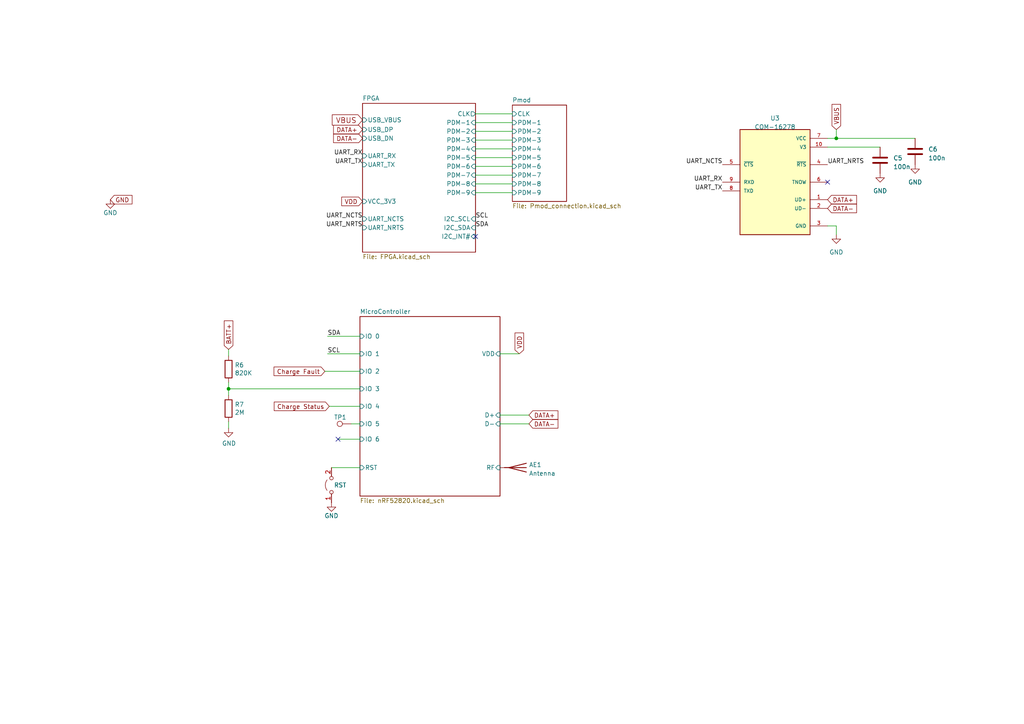
<source format=kicad_sch>
(kicad_sch (version 20230121) (generator eeschema)
  (paper "A4")
  (lib_symbols
    (symbol "CH340:COM-16278" (pin_names (offset 1.016))
      (property "Reference" "U" (at -10.16 16.129 0))
      (property "Value" "COM-16278" (at -10.16 -17.78 0))
      (symbol "COM-16278_0_0"
        (rectangle (start -10.16 -15.24) (end 10.16 15.24) (stroke (width 0.254)) (fill (type background)))
        (pin bidirectional line (at 15.24 -5.08 180) (length 5.08) (name "UD+") (number "1"))
        (pin power_in line (at 15.24 10.16 180) (length 5.08) (name "V3") (number "10"))
        (pin bidirectional line (at 15.24 -7.62 180) (length 5.08) (name "UD-") (number "2"))
        (pin power_in line (at 15.24 -12.7 180) (length 5.08) (name "GND") (number "3"))
        (pin output line (at 15.24 5.08 180) (length 5.08) (name "~{RTS}") (number "4"))
        (pin input line (at -15.24 5.08 0) (length 5.08) (name "~{CTS}") (number "5"))
        (pin output line (at 15.24 0 180) (length 5.08) (name "TNOW") (number "6"))
        (pin power_in line (at 15.24 12.7 180) (length 5.08) (name "VCC") (number "7"))
        (pin output line (at -15.24 -2.54 0) (length 5.08) (name "TXD") (number "8"))
        (pin input line (at -15.24 0 0) (length 5.08) (name "RXD") (number "9"))
      )
    )
    (symbol "Connector:TestPoint" (pin_numbers hide) (pin_names (offset 0.762) hide)
      (property "Reference" "TP" (at 0 6.858 0))
      (property "Value" "TestPoint" (at 0 5.08 0))
      (symbol "TestPoint_0_1"
        (circle (center 0 3.302) (radius 0.762))
      )
      (symbol "TestPoint_1_1"
        (pin passive line (at 0 0 90) (length 2.54) (name "1") (number "1"))
      )
    )
    (symbol "Device:Antenna" (pin_numbers hide) (pin_names (offset 1.016) hide)
      (property "Reference" "AE" (at -1.905 1.905 0))
      (property "Value" "Antenna" (at -1.905 0 0))
      (symbol "Antenna_0_1"
        (polyline (pts (xy 0 2.54) (xy 0 -3.81)) (stroke (width 0.254)))
        (polyline (pts (xy 1.27 2.54) (xy 0 -2.54) (xy -1.27 2.54)) (stroke (width 0.254)))
      )
      (symbol "Antenna_1_1"
        (pin input line (at 0 -5.08 90) (length 2.54) (name "A") (number "1"))
      )
    )
    (symbol "Device:C" (pin_numbers hide) (pin_names (offset 0.254))
      (property "Reference" "C" (at 0.635 2.54 0))
      (property "Value" "C" (at 0.635 -2.54 0))
      (symbol "C_0_1"
        (polyline (pts (xy -2.032 -0.762) (xy 2.032 -0.762)) (stroke (width 0.508)))
        (polyline (pts (xy -2.032 0.762) (xy 2.032 0.762)) (stroke (width 0.508)))
      )
      (symbol "C_1_1"
        (pin passive line (at 0 3.81 270) (length 2.794) (name "~") (number "1"))
        (pin passive line (at 0 -3.81 90) (length 2.794) (name "~") (number "2"))
      )
    )
    (symbol "Device:R" (pin_numbers hide) (pin_names (offset 0))
      (property "Reference" "R" (at 2.032 0 90))
      (property "Value" "R" (at 0 0 90))
      (symbol "R_0_1"
        (rectangle (start -1.016 -2.54) (end 1.016 2.54) (stroke (width 0.254)))
      )
      (symbol "R_1_1"
        (pin passive line (at 0 3.81 270) (length 1.27) (name "~") (number "1"))
        (pin passive line (at 0 -3.81 90) (length 1.27) (name "~") (number "2"))
      )
    )
    (symbol "Jumper:Jumper_2_Open" (pin_names (offset 0) hide)
      (property "Reference" "JP" (at 0 2.794 0))
      (property "Value" "Jumper_2_Open" (at 0 -2.286 0))
      (symbol "Jumper_2_Open_0_0"
        (circle (center -2.032 0) (radius 0.508))
        (circle (center 2.032 0) (radius 0.508))
      )
      (symbol "Jumper_2_Open_0_1"
        (arc (start 1.524 1.27) (mid 0 1.778) (end -1.524 1.27))
      )
      (symbol "Jumper_2_Open_1_1"
        (pin passive line (at -5.08 0 0) (length 2.54) (name "A") (number "1"))
        (pin passive line (at 5.08 0 180) (length 2.54) (name "B") (number "2"))
      )
    )
    (symbol "nrfmicro-rescue:GND" (power) (pin_names (offset 0))
      (property "Value" "GND" (at 0 -3.81 0))
      (symbol "GND_0_1"
        (polyline (pts (xy 0 0) (xy 0 -1.27) (xy 1.27 -1.27) (xy 0 -2.54) (xy -1.27 -1.27) (xy 0 -1.27)))
      )
      (symbol "GND_1_1"
        (pin power_in line (at 0 0 270) (length 0) hide (name "GND") (number "1"))
      )
    )
    (symbol "power:GND" (power) (pin_names (offset 0))
      (property "Value" "GND" (at 0 -3.81 0))
      (symbol "GND_0_1"
        (polyline (pts (xy 0 0) (xy 0 -1.27) (xy 1.27 -1.27) (xy 0 -2.54) (xy -1.27 -1.27) (xy 0 -1.27)))
      )
      (symbol "GND_1_1"
        (pin power_in line (at 0 0 270) (length 0) hide (name "GND") (number "1"))
      )
    )
  )
  (junction (at 66.294 112.776))
  (junction (at 242.57 40.132))
  (no_connect (at 98.044 127.381))
  (no_connect (at 137.922 68.58))
  (no_connect (at 240.03 52.832))
  (wire (pts (xy 94.996 102.616) (xy 104.394 102.616)))
  (wire (pts (xy 137.922 45.72) (xy 148.59 45.72)))
  (wire (pts (xy 137.922 40.64) (xy 148.59 40.64)))
  (wire (pts (xy 240.03 40.132) (xy 242.57 40.132)))
  (wire (pts (xy 137.922 33.02) (xy 148.59 33.02)))
  (wire (pts (xy 66.294 101.346) (xy 66.294 103.251)))
  (wire (pts (xy 242.57 40.132) (xy 242.57 37.592)))
  (wire (pts (xy 240.03 65.532) (xy 242.57 65.532)))
  (wire (pts (xy 137.922 35.56) (xy 148.59 35.56)))
  (wire (pts (xy 98.044 127.381) (xy 104.394 127.381)))
  (wire (pts (xy 96.139 135.636) (xy 104.394 135.636)))
  (wire (pts (xy 137.922 38.1) (xy 148.59 38.1)))
  (wire (pts (xy 137.922 50.8) (xy 148.59 50.8)))
  (wire (pts (xy 66.294 122.301) (xy 66.294 124.206)))
  (wire (pts (xy 101.854 122.936) (xy 104.394 122.936)))
  (wire (pts (xy 137.922 48.26) (xy 148.59 48.26)))
  (wire (pts (xy 137.922 55.88) (xy 148.59 55.88)))
  (wire (pts (xy 145.034 122.936) (xy 153.416 122.936)))
  (wire (pts (xy 240.03 42.672) (xy 255.27 42.672)))
  (wire (pts (xy 137.922 43.18) (xy 148.59 43.18)))
  (wire (pts (xy 66.294 112.776) (xy 104.394 112.776)))
  (wire (pts (xy 66.294 110.871) (xy 66.294 112.776)))
  (wire (pts (xy 145.034 102.616) (xy 150.622 102.616)))
  (wire (pts (xy 137.922 53.34) (xy 148.59 53.34)))
  (wire (pts (xy 242.57 40.132) (xy 265.43 40.132)))
  (wire (pts (xy 145.034 120.396) (xy 153.416 120.396)))
  (wire (pts (xy 94.996 97.536) (xy 104.394 97.536)))
  (wire (pts (xy 94.234 107.696) (xy 104.394 107.696)))
  (wire (pts (xy 66.294 112.776) (xy 66.294 114.681)))
  (wire (pts (xy 242.57 65.532) (xy 242.57 68.072)))
  (wire (pts (xy 95.504 117.856) (xy 104.394 117.856)))
  (label "UART_TX" (at 209.55 55.372 180))
  (label "SCL" (at 137.922 63.5 0))
  (label "SDA" (at 137.922 66.04 0))
  (label "UART_NCTS" (at 209.55 47.752 180))
  (label "UART_RX" (at 209.55 52.832 180))
  (label "SDA" (at 94.996 97.536 0))
  (label "UART_NCTS" (at 105.156 63.5 180))
  (label "UART_NRTS" (at 105.156 66.04 180))
  (label "UART_RX" (at 105.156 45.212 180))
  (label "UART_NRTS" (at 240.03 47.752 0))
  (label "UART_TX" (at 105.156 47.752 180))
  (label "SCL" (at 94.996 102.616 0))
  (global_label "BATT+" (shape input) (at 66.294 101.346 90) (property "Intersheetrefs" "${INTERSHEET_REFS}" (effects hide)))
  (global_label "DATA+" (shape input) (at 105.156 37.592 180) (property "Intersheetrefs" "${INTERSHEET_REFS}" (effects hide)))
  (global_label "Charge Fault" (shape input) (at 94.234 107.696 180) (property "Intersheetrefs" "${INTERSHEET_REFS}" (effects hide)))
  (global_label "VBUS" (shape input) (at 242.57 37.592 90) (property "Intersheetrefs" "${INTERSHEET_REFS}" (effects hide)))
  (global_label "DATA+" (shape input) (at 153.416 120.396 0) (property "Intersheetrefs" "${INTERSHEET_REFS}" (effects hide)))
  (global_label "DATA-" (shape input) (at 105.156 40.132 180) (property "Intersheetrefs" "${INTERSHEET_REFS}" (effects hide)))
  (global_label "GND" (shape input) (at 32.004 57.912 0) (property "Intersheetrefs" "${INTERSHEET_REFS}" (effects hide)))
  (global_label "DATA+" (shape input) (at 240.03 57.912 0) (property "Intersheetrefs" "${INTERSHEET_REFS}" (effects hide)))
  (global_label "DATA-" (shape input) (at 240.03 60.452 0) (property "Intersheetrefs" "${INTERSHEET_REFS}" (effects hide)))
  (global_label "Charge Status" (shape input) (at 95.504 117.856 180) (property "Intersheetrefs" "${INTERSHEET_REFS}" (effects hide)))
  (global_label "VDD" (shape input) (at 105.156 58.42 180) (property "Intersheetrefs" "${INTERSHEET_REFS}" (effects hide)))
  (global_label "DATA-" (shape input) (at 153.416 122.936 0) (property "Intersheetrefs" "${INTERSHEET_REFS}" (effects hide)))
  (global_label "VBUS" (shape input) (at 105.156 34.798 180) (effects (font (size 1.524 1.524))) (property "Intersheetrefs" "${INTERSHEET_REFS}" (effects hide)))
  (global_label "VDD" (shape input) (at 150.622 102.616 90) (property "Intersheetrefs" "${INTERSHEET_REFS}" (effects hide)))
  (symbol (lib_id "power:GND") (at 96.139 145.796 0) (unit 1)
    (property "Reference" "#PWR024" (effects hide))
    (property "Value" "GND" (at 96.139 149.606 0))
    (instances (project "DisplayU_Sisterboard" (path "" (reference "#PWR024") (unit 1)) (path "" (reference "#PWR024") (unit 1))) (project "SenseU_Mainboard" (path "" (reference "#PWR014") (unit 1))))
  )
  (symbol (lib_id "power:GND") (at 242.57 68.072 0) (unit 1)
    (property "Reference" "#PWR073" (effects hide))
    (property "Value" "GND" (at 242.57 73.152 0))
    (instances (project "SenseU_Mainboard" (path "" (reference "#PWR015") (unit 1))))
  )
  (symbol (lib_id "power:GND") (at 32.004 57.912 0) (unit 1)
    (property "Reference" "#PWR024" (effects hide))
    (property "Value" "GND" (at 32.004 61.722 0))
    (instances (project "DisplayU_Sisterboard" (path "" (reference "#PWR024") (unit 1)) (path "" (reference "#PWR026") (unit 1))) (project "SenseU_Mainboard" (path "" (reference "#PWR012") (unit 1))))
  )
  (symbol (lib_id "Device:Antenna") (at 150.114 135.636 270) (unit 1)
    (property "Reference" "AE1" (at 153.416 134.8112 90) (effects (justify left)))
    (property "Value" "Antenna" (at 153.416 137.3164 90) (effects (justify left)))
    (property "Footprint" "RF_Antenna:Texas_SWRA117D_2.4GHz_Left" (effects hide))
  )
  (symbol (lib_id "Device:C") (at 255.27 46.482 0) (unit 1)
    (property "Reference" "C20" (at 259.08 45.847 0) (effects (justify left)))
    (property "Value" "100n" (at 259.08 48.387 0) (effects (justify left)))
    (property "Footprint" "Capacitor_SMD:C_0603_1608Metric" (effects hide))
    (instances (project "SenseU_Mainboard" (path "" (reference "C5") (unit 1))))
  )
  (symbol (lib_id "Device:C") (at 265.43 43.942 0) (unit 1)
    (property "Reference" "C19" (at 269.24 43.307 0) (effects (justify left)))
    (property "Value" "100n" (at 269.24 45.847 0) (effects (justify left)))
    (property "Footprint" "Capacitor_SMD:C_0603_1608Metric" (effects hide))
    (instances (project "SenseU_Mainboard" (path "" (reference "C6") (unit 1))))
  )
  (symbol (lib_id "Device:R") (at 66.294 107.061 0) (unit 1)
    (property "Reference" "R6" (at 68.072 105.8926 0) (effects (justify left)))
    (property "Value" "820K" (at 68.072 108.204 0) (effects (justify left)))
    (property "Footprint" "Resistor_SMD:R_0603_1608Metric" (effects hide))
    (instances (project "DisplayU_Sisterboard" (path "" (reference "R6") (unit 1))) (project "SenseU_Mainboard" (path "" (reference "R7") (unit 1))) (project "nrfmicro" (path "" (reference "R6") (unit 1))))
  )
  (symbol (lib_id "Device:R") (at 66.294 118.491 0) (unit 1)
    (property "Reference" "R7" (at 68.072 117.3226 0) (effects (justify left)))
    (property "Value" "2M" (at 68.072 119.634 0) (effects (justify left)))
    (property "Footprint" "Resistor_SMD:R_0603_1608Metric" (effects hide))
    (instances (project "DisplayU_Sisterboard" (path "" (reference "R7") (unit 1))) (project "SenseU_Mainboard" (path "" (reference "R8") (unit 1))) (project "nrfmicro" (path "" (reference "R7") (unit 1))))
  )
  (symbol (lib_id "power:GND") (at 265.43 47.752 0) (unit 1)
    (property "Reference" "#PWR071" (effects hide))
    (property "Value" "GND" (at 265.43 52.832 0))
    (instances (project "SenseU_Mainboard" (path "" (reference "#PWR017") (unit 1))))
  )
  (symbol (lib_id "Connector:TestPoint") (at 101.854 122.936 90) (unit 1)
    (property "Reference" "TP1" (at 98.679 121.031 90))
    (property "Value" "TestPoint" (effects hide))
    (property "Footprint" "TestPoint:TestPoint_Pad_D2.0mm" (effects hide))
  )
  (symbol (lib_id "nrfmicro-rescue:GND") (at 66.294 124.206 0) (unit 1)
    (property "Reference" "#PWR03" (effects hide))
    (property "Value" "GND" (at 66.421 128.6002 0))
    (instances (project "DisplayU_Sisterboard" (path "" (reference "#PWR03") (unit 1))) (project "SenseU_Mainboard" (path "" (reference "#PWR013") (unit 1))) (project "nrfmicro" (path "" (reference "#PWR0102") (unit 1))))
  )
  (symbol (lib_id "CH340:COM-16278") (at 224.79 52.832 0) (unit 1)
    (property "Reference" "U4" (at 224.79 34.29 0))
    (property "Value" "COM-16278" (at 224.79 36.83 0))
    (property "Footprint" "CH340:SOP50P490X120-10N" (effects hide))
    (property "PARTREV" "2G" (effects hide))
    (property "STANDARD" "IPC 7351B" (effects hide))
    (property "MAXIMUM_PACKAGE_HEIGHT" "1.2mm" (effects hide))
    (property "MANUFACTURER" "SparkFun" (effects hide))
    (instances (project "SenseU_Mainboard" (path "" (reference "U3") (unit 1))))
  )
  (symbol (lib_id "power:GND") (at 255.27 50.292 0) (unit 1)
    (property "Reference" "#PWR072" (effects hide))
    (property "Value" "GND" (at 255.27 55.372 0))
    (instances (project "SenseU_Mainboard" (path "" (reference "#PWR016") (unit 1))))
  )
  (symbol (lib_id "Jumper:Jumper_2_Open") (at 96.139 140.716 90) (unit 1)
    (property "Reference" "RST" (at 98.679 140.716 90))
    (property "Value" "Jumper_2_Open" (effects hide))
    (property "Footprint" "Button_Switch_SMD:SW_SPST_B3U-1000P" (effects hide))
    (instances (project "DisplayU_Sisterboard" (path "" (reference "RST") (unit 1)) (path "" (reference "RST1") (unit 1))) (project "SenseU_Mainboard" (path "" (reference "RST1") (unit 1))))
  )
  (sheet (at 105.156 29.972) (size 32.766 43.18) (stroke (width 0.1524))
    (property "Sheetname" "FPGA" (at 105.156 29.2604 0) (effects (justify left bottom)))
    (property "Sheetfile" "FPGA.kicad_sch" (at 105.156 73.7366 0) (effects (justify left top)))
    (pin "VCC_3V3" input (at 105.156 58.42 180))
    (pin "I2C_INT#" input (at 137.922 68.58 0))
    (pin "I2C_SDA" input (at 137.922 66.04 0))
    (pin "I2C_SCL" input (at 137.922 63.5 0))
    (pin "USB_DP" input (at 105.156 37.592 180))
    (pin "UART_RX" input (at 105.156 45.212 180))
    (pin "UART_TX" input (at 105.156 47.752 180))
    (pin "USB_VBUS" input (at 105.156 34.798 180))
    (pin "USB_DN" input (at 105.156 40.132 180))
    (pin "PDM-8" input (at 137.922 53.34 0))
    (pin "CLK" output (at 137.922 33.02 0))
    (pin "PDM-6" input (at 137.922 48.26 0))
    (pin "PDM-9" input (at 137.922 55.88 0))
    (pin "PDM-7" input (at 137.922 50.8 0))
    (pin "PDM-3" input (at 137.922 40.64 0))
    (pin "PDM-2" input (at 137.922 38.1 0))
    (pin "PDM-4" input (at 137.922 43.18 0))
    (pin "PDM-1" input (at 137.922 35.56 0))
    (pin "PDM-5" input (at 137.922 45.72 0))
    (pin "UART_NCTS" input (at 105.156 63.5 180))
    (pin "UART_NRTS" input (at 105.156 66.04 180))
  )
  (sheet (at 104.394 91.821) (size 40.64 52.07) (stroke (width 0.1524))
    (property "Sheetname" "MicroController" (at 104.394 91.1094 0) (effects (justify left bottom)))
    (property "Sheetfile" "nRF52820.kicad_sch" (at 104.394 144.4756 0) (effects (justify left top)))
    (pin "RF" input (at 145.034 135.636 0))
    (pin "VDD" input (at 145.034 102.616 0))
    (pin "D-" input (at 145.034 122.936 0))
    (pin "IO 3" input (at 104.394 112.776 180))
    (pin "IO 4" input (at 104.394 117.856 180))
    (pin "IO 5" input (at 104.394 122.936 180))
    (pin "IO 1" input (at 104.394 102.616 180))
    (pin "IO 0" input (at 104.394 97.536 180))
    (pin "IO 2" input (at 104.394 107.696 180))
    (pin "D+" input (at 145.034 120.396 0))
    (pin "RST" input (at 104.394 135.636 180))
    (pin "IO 6" input (at 104.394 127.381 180))
  )
  (sheet (at 148.59 30.48) (size 15.748 27.94) (stroke (width 0.1524))
    (property "Sheetname" "Pmod" (at 148.59 29.7684 0) (effects (justify left bottom)))
    (property "Sheetfile" "Pmod_connection.kicad_sch" (at 148.59 59.0046 0) (effects (justify left top)))
    (pin "CLK" input (at 148.59 33.02 180))
    (pin "PDM-8" input (at 148.59 53.34 180))
    (pin "PDM-2" input (at 148.59 38.1 180))
    (pin "PDM-4" input (at 148.59 43.18 180))
    (pin "PDM-6" input (at 148.59 48.26 180))
    (pin "PDM-1" input (at 148.59 35.56 180))
    (pin "PDM-3" input (at 148.59 40.64 180))
    (pin "PDM-7" input (at 148.59 50.8 180))
    (pin "PDM-5" input (at 148.59 45.72 180))
    (pin "PDM-9" input (at 148.59 55.88 180))
  )
)
</source>
